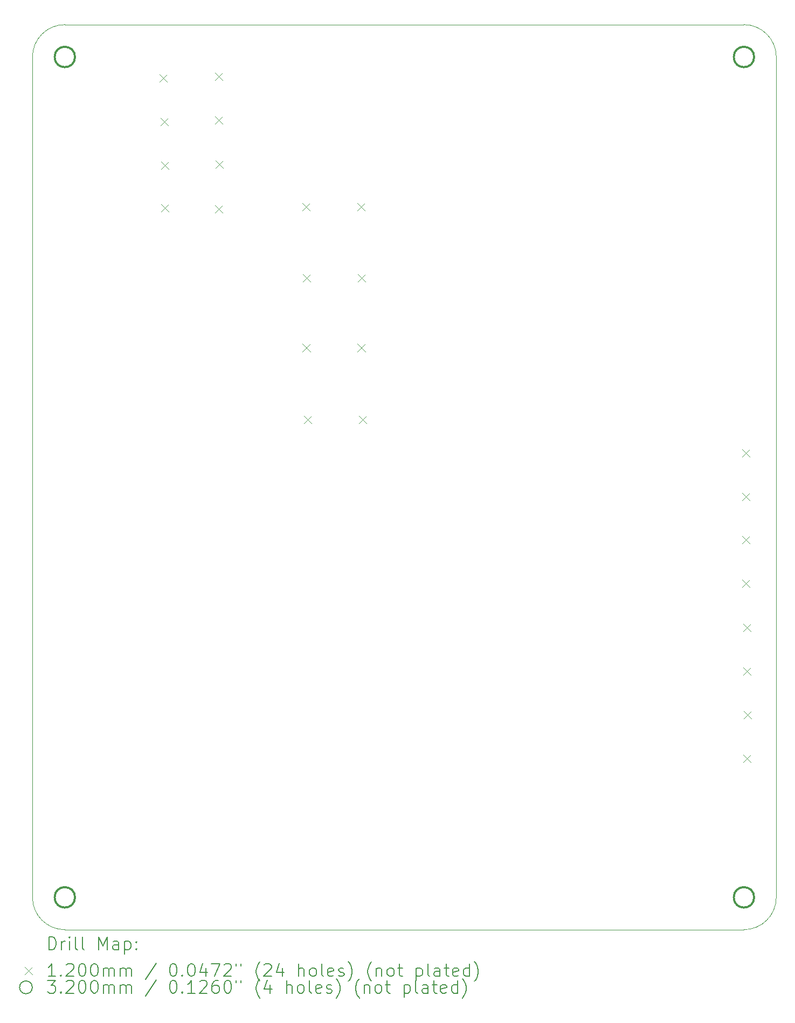
<source format=gbr>
%TF.GenerationSoftware,KiCad,Pcbnew,9.0.3*%
%TF.CreationDate,2025-08-08T01:42:35+09:00*%
%TF.ProjectId,ESP32-MB-1.0,45535033-322d-44d4-922d-312e302e6b69,rev?*%
%TF.SameCoordinates,Original*%
%TF.FileFunction,Drillmap*%
%TF.FilePolarity,Positive*%
%FSLAX45Y45*%
G04 Gerber Fmt 4.5, Leading zero omitted, Abs format (unit mm)*
G04 Created by KiCad (PCBNEW 9.0.3) date 2025-08-08 01:42:35*
%MOMM*%
%LPD*%
G01*
G04 APERTURE LIST*
%ADD10C,0.050000*%
%ADD11C,0.200000*%
%ADD12C,0.120000*%
%ADD13C,0.320000*%
G04 APERTURE END LIST*
D10*
X20307800Y-15193000D02*
X20307800Y-1985000D01*
X20307800Y-15193000D02*
G75*
G02*
X19799800Y-15701000I-508000J0D01*
G01*
X19799800Y-1477000D02*
X9131800Y-1477000D01*
X9131800Y-15701000D02*
G75*
G02*
X8623800Y-15193000I0J508000D01*
G01*
X8623800Y-1985000D02*
X8623800Y-15193000D01*
X19799800Y-1477000D02*
G75*
G02*
X20307800Y-1985000I0J-508000D01*
G01*
X8623800Y-1985000D02*
G75*
G02*
X9131800Y-1477000I508000J0D01*
G01*
X9131800Y-15701000D02*
X19799800Y-15701000D01*
D11*
D12*
X10622330Y-2254810D02*
X10742330Y-2374810D01*
X10742330Y-2254810D02*
X10622330Y-2374810D01*
X10635030Y-2940610D02*
X10755030Y-3060610D01*
X10755030Y-2940610D02*
X10635030Y-3060610D01*
X10646600Y-3626800D02*
X10766600Y-3746800D01*
X10766600Y-3626800D02*
X10646600Y-3746800D01*
X10646600Y-4301210D02*
X10766600Y-4421210D01*
X10766600Y-4301210D02*
X10646600Y-4421210D01*
X11488400Y-2229800D02*
X11608400Y-2349800D01*
X11608400Y-2229800D02*
X11488400Y-2349800D01*
X11488400Y-2918800D02*
X11608400Y-3038800D01*
X11608400Y-2918800D02*
X11488400Y-3038800D01*
X11488400Y-4315800D02*
X11608400Y-4435800D01*
X11608400Y-4315800D02*
X11488400Y-4435800D01*
X11498800Y-3615600D02*
X11618800Y-3735600D01*
X11618800Y-3615600D02*
X11498800Y-3735600D01*
X12859600Y-4280400D02*
X12979600Y-4400400D01*
X12979600Y-4280400D02*
X12859600Y-4400400D01*
X12867400Y-6495600D02*
X12987400Y-6615600D01*
X12987400Y-6495600D02*
X12867400Y-6615600D01*
X12870600Y-5398000D02*
X12990600Y-5518000D01*
X12990600Y-5398000D02*
X12870600Y-5518000D01*
X12885000Y-7622300D02*
X13005000Y-7742300D01*
X13005000Y-7622300D02*
X12885000Y-7742300D01*
X13723200Y-4282200D02*
X13843200Y-4402200D01*
X13843200Y-4282200D02*
X13723200Y-4402200D01*
X13731000Y-6495600D02*
X13851000Y-6615600D01*
X13851000Y-6495600D02*
X13731000Y-6615600D01*
X13734200Y-5399800D02*
X13854200Y-5519800D01*
X13854200Y-5399800D02*
X13734200Y-5519800D01*
X13748600Y-7622300D02*
X13868600Y-7742300D01*
X13868600Y-7622300D02*
X13748600Y-7742300D01*
X19770800Y-9511800D02*
X19890800Y-9631800D01*
X19890800Y-9511800D02*
X19770800Y-9631800D01*
X19772800Y-8151200D02*
X19892800Y-8271200D01*
X19892800Y-8151200D02*
X19772800Y-8271200D01*
X19772800Y-8837000D02*
X19892800Y-8957000D01*
X19892800Y-8837000D02*
X19772800Y-8957000D01*
X19772800Y-10195900D02*
X19892800Y-10315900D01*
X19892800Y-10195900D02*
X19772800Y-10315900D01*
X19790200Y-12951800D02*
X19910200Y-13071800D01*
X19910200Y-12951800D02*
X19790200Y-13071800D01*
X19790600Y-10891200D02*
X19910600Y-11011200D01*
X19910600Y-10891200D02*
X19790600Y-11011200D01*
X19790600Y-11577000D02*
X19910600Y-11697000D01*
X19910600Y-11577000D02*
X19790600Y-11697000D01*
X19794200Y-12266000D02*
X19914200Y-12386000D01*
X19914200Y-12266000D02*
X19794200Y-12386000D01*
D13*
X9291800Y-1985000D02*
G75*
G02*
X8971800Y-1985000I-160000J0D01*
G01*
X8971800Y-1985000D02*
G75*
G02*
X9291800Y-1985000I160000J0D01*
G01*
X9291800Y-15193000D02*
G75*
G02*
X8971800Y-15193000I-160000J0D01*
G01*
X8971800Y-15193000D02*
G75*
G02*
X9291800Y-15193000I160000J0D01*
G01*
X19959800Y-1985000D02*
G75*
G02*
X19639800Y-1985000I-160000J0D01*
G01*
X19639800Y-1985000D02*
G75*
G02*
X19959800Y-1985000I160000J0D01*
G01*
X19959800Y-15193000D02*
G75*
G02*
X19639800Y-15193000I-160000J0D01*
G01*
X19639800Y-15193000D02*
G75*
G02*
X19959800Y-15193000I160000J0D01*
G01*
D11*
X8882077Y-16014984D02*
X8882077Y-15814984D01*
X8882077Y-15814984D02*
X8929696Y-15814984D01*
X8929696Y-15814984D02*
X8958267Y-15824508D01*
X8958267Y-15824508D02*
X8977315Y-15843555D01*
X8977315Y-15843555D02*
X8986839Y-15862603D01*
X8986839Y-15862603D02*
X8996363Y-15900698D01*
X8996363Y-15900698D02*
X8996363Y-15929269D01*
X8996363Y-15929269D02*
X8986839Y-15967365D01*
X8986839Y-15967365D02*
X8977315Y-15986412D01*
X8977315Y-15986412D02*
X8958267Y-16005460D01*
X8958267Y-16005460D02*
X8929696Y-16014984D01*
X8929696Y-16014984D02*
X8882077Y-16014984D01*
X9082077Y-16014984D02*
X9082077Y-15881650D01*
X9082077Y-15919746D02*
X9091601Y-15900698D01*
X9091601Y-15900698D02*
X9101124Y-15891174D01*
X9101124Y-15891174D02*
X9120172Y-15881650D01*
X9120172Y-15881650D02*
X9139220Y-15881650D01*
X9205886Y-16014984D02*
X9205886Y-15881650D01*
X9205886Y-15814984D02*
X9196363Y-15824508D01*
X9196363Y-15824508D02*
X9205886Y-15834031D01*
X9205886Y-15834031D02*
X9215410Y-15824508D01*
X9215410Y-15824508D02*
X9205886Y-15814984D01*
X9205886Y-15814984D02*
X9205886Y-15834031D01*
X9329696Y-16014984D02*
X9310648Y-16005460D01*
X9310648Y-16005460D02*
X9301124Y-15986412D01*
X9301124Y-15986412D02*
X9301124Y-15814984D01*
X9434458Y-16014984D02*
X9415410Y-16005460D01*
X9415410Y-16005460D02*
X9405886Y-15986412D01*
X9405886Y-15986412D02*
X9405886Y-15814984D01*
X9663029Y-16014984D02*
X9663029Y-15814984D01*
X9663029Y-15814984D02*
X9729696Y-15957841D01*
X9729696Y-15957841D02*
X9796363Y-15814984D01*
X9796363Y-15814984D02*
X9796363Y-16014984D01*
X9977315Y-16014984D02*
X9977315Y-15910222D01*
X9977315Y-15910222D02*
X9967791Y-15891174D01*
X9967791Y-15891174D02*
X9948744Y-15881650D01*
X9948744Y-15881650D02*
X9910648Y-15881650D01*
X9910648Y-15881650D02*
X9891601Y-15891174D01*
X9977315Y-16005460D02*
X9958267Y-16014984D01*
X9958267Y-16014984D02*
X9910648Y-16014984D01*
X9910648Y-16014984D02*
X9891601Y-16005460D01*
X9891601Y-16005460D02*
X9882077Y-15986412D01*
X9882077Y-15986412D02*
X9882077Y-15967365D01*
X9882077Y-15967365D02*
X9891601Y-15948317D01*
X9891601Y-15948317D02*
X9910648Y-15938793D01*
X9910648Y-15938793D02*
X9958267Y-15938793D01*
X9958267Y-15938793D02*
X9977315Y-15929269D01*
X10072553Y-15881650D02*
X10072553Y-16081650D01*
X10072553Y-15891174D02*
X10091601Y-15881650D01*
X10091601Y-15881650D02*
X10129696Y-15881650D01*
X10129696Y-15881650D02*
X10148744Y-15891174D01*
X10148744Y-15891174D02*
X10158267Y-15900698D01*
X10158267Y-15900698D02*
X10167791Y-15919746D01*
X10167791Y-15919746D02*
X10167791Y-15976888D01*
X10167791Y-15976888D02*
X10158267Y-15995936D01*
X10158267Y-15995936D02*
X10148744Y-16005460D01*
X10148744Y-16005460D02*
X10129696Y-16014984D01*
X10129696Y-16014984D02*
X10091601Y-16014984D01*
X10091601Y-16014984D02*
X10072553Y-16005460D01*
X10253505Y-15995936D02*
X10263029Y-16005460D01*
X10263029Y-16005460D02*
X10253505Y-16014984D01*
X10253505Y-16014984D02*
X10243982Y-16005460D01*
X10243982Y-16005460D02*
X10253505Y-15995936D01*
X10253505Y-15995936D02*
X10253505Y-16014984D01*
X10253505Y-15891174D02*
X10263029Y-15900698D01*
X10263029Y-15900698D02*
X10253505Y-15910222D01*
X10253505Y-15910222D02*
X10243982Y-15900698D01*
X10243982Y-15900698D02*
X10253505Y-15891174D01*
X10253505Y-15891174D02*
X10253505Y-15910222D01*
D12*
X8501300Y-16283500D02*
X8621300Y-16403500D01*
X8621300Y-16283500D02*
X8501300Y-16403500D01*
D11*
X8986839Y-16434984D02*
X8872553Y-16434984D01*
X8929696Y-16434984D02*
X8929696Y-16234984D01*
X8929696Y-16234984D02*
X8910648Y-16263555D01*
X8910648Y-16263555D02*
X8891601Y-16282603D01*
X8891601Y-16282603D02*
X8872553Y-16292127D01*
X9072553Y-16415936D02*
X9082077Y-16425460D01*
X9082077Y-16425460D02*
X9072553Y-16434984D01*
X9072553Y-16434984D02*
X9063029Y-16425460D01*
X9063029Y-16425460D02*
X9072553Y-16415936D01*
X9072553Y-16415936D02*
X9072553Y-16434984D01*
X9158267Y-16254031D02*
X9167791Y-16244508D01*
X9167791Y-16244508D02*
X9186839Y-16234984D01*
X9186839Y-16234984D02*
X9234458Y-16234984D01*
X9234458Y-16234984D02*
X9253505Y-16244508D01*
X9253505Y-16244508D02*
X9263029Y-16254031D01*
X9263029Y-16254031D02*
X9272553Y-16273079D01*
X9272553Y-16273079D02*
X9272553Y-16292127D01*
X9272553Y-16292127D02*
X9263029Y-16320698D01*
X9263029Y-16320698D02*
X9148744Y-16434984D01*
X9148744Y-16434984D02*
X9272553Y-16434984D01*
X9396363Y-16234984D02*
X9415410Y-16234984D01*
X9415410Y-16234984D02*
X9434458Y-16244508D01*
X9434458Y-16244508D02*
X9443982Y-16254031D01*
X9443982Y-16254031D02*
X9453505Y-16273079D01*
X9453505Y-16273079D02*
X9463029Y-16311174D01*
X9463029Y-16311174D02*
X9463029Y-16358793D01*
X9463029Y-16358793D02*
X9453505Y-16396888D01*
X9453505Y-16396888D02*
X9443982Y-16415936D01*
X9443982Y-16415936D02*
X9434458Y-16425460D01*
X9434458Y-16425460D02*
X9415410Y-16434984D01*
X9415410Y-16434984D02*
X9396363Y-16434984D01*
X9396363Y-16434984D02*
X9377315Y-16425460D01*
X9377315Y-16425460D02*
X9367791Y-16415936D01*
X9367791Y-16415936D02*
X9358267Y-16396888D01*
X9358267Y-16396888D02*
X9348744Y-16358793D01*
X9348744Y-16358793D02*
X9348744Y-16311174D01*
X9348744Y-16311174D02*
X9358267Y-16273079D01*
X9358267Y-16273079D02*
X9367791Y-16254031D01*
X9367791Y-16254031D02*
X9377315Y-16244508D01*
X9377315Y-16244508D02*
X9396363Y-16234984D01*
X9586839Y-16234984D02*
X9605886Y-16234984D01*
X9605886Y-16234984D02*
X9624934Y-16244508D01*
X9624934Y-16244508D02*
X9634458Y-16254031D01*
X9634458Y-16254031D02*
X9643982Y-16273079D01*
X9643982Y-16273079D02*
X9653505Y-16311174D01*
X9653505Y-16311174D02*
X9653505Y-16358793D01*
X9653505Y-16358793D02*
X9643982Y-16396888D01*
X9643982Y-16396888D02*
X9634458Y-16415936D01*
X9634458Y-16415936D02*
X9624934Y-16425460D01*
X9624934Y-16425460D02*
X9605886Y-16434984D01*
X9605886Y-16434984D02*
X9586839Y-16434984D01*
X9586839Y-16434984D02*
X9567791Y-16425460D01*
X9567791Y-16425460D02*
X9558267Y-16415936D01*
X9558267Y-16415936D02*
X9548744Y-16396888D01*
X9548744Y-16396888D02*
X9539220Y-16358793D01*
X9539220Y-16358793D02*
X9539220Y-16311174D01*
X9539220Y-16311174D02*
X9548744Y-16273079D01*
X9548744Y-16273079D02*
X9558267Y-16254031D01*
X9558267Y-16254031D02*
X9567791Y-16244508D01*
X9567791Y-16244508D02*
X9586839Y-16234984D01*
X9739220Y-16434984D02*
X9739220Y-16301650D01*
X9739220Y-16320698D02*
X9748744Y-16311174D01*
X9748744Y-16311174D02*
X9767791Y-16301650D01*
X9767791Y-16301650D02*
X9796363Y-16301650D01*
X9796363Y-16301650D02*
X9815410Y-16311174D01*
X9815410Y-16311174D02*
X9824934Y-16330222D01*
X9824934Y-16330222D02*
X9824934Y-16434984D01*
X9824934Y-16330222D02*
X9834458Y-16311174D01*
X9834458Y-16311174D02*
X9853505Y-16301650D01*
X9853505Y-16301650D02*
X9882077Y-16301650D01*
X9882077Y-16301650D02*
X9901125Y-16311174D01*
X9901125Y-16311174D02*
X9910648Y-16330222D01*
X9910648Y-16330222D02*
X9910648Y-16434984D01*
X10005886Y-16434984D02*
X10005886Y-16301650D01*
X10005886Y-16320698D02*
X10015410Y-16311174D01*
X10015410Y-16311174D02*
X10034458Y-16301650D01*
X10034458Y-16301650D02*
X10063029Y-16301650D01*
X10063029Y-16301650D02*
X10082077Y-16311174D01*
X10082077Y-16311174D02*
X10091601Y-16330222D01*
X10091601Y-16330222D02*
X10091601Y-16434984D01*
X10091601Y-16330222D02*
X10101125Y-16311174D01*
X10101125Y-16311174D02*
X10120172Y-16301650D01*
X10120172Y-16301650D02*
X10148744Y-16301650D01*
X10148744Y-16301650D02*
X10167791Y-16311174D01*
X10167791Y-16311174D02*
X10177315Y-16330222D01*
X10177315Y-16330222D02*
X10177315Y-16434984D01*
X10567791Y-16225460D02*
X10396363Y-16482603D01*
X10824934Y-16234984D02*
X10843982Y-16234984D01*
X10843982Y-16234984D02*
X10863029Y-16244508D01*
X10863029Y-16244508D02*
X10872553Y-16254031D01*
X10872553Y-16254031D02*
X10882077Y-16273079D01*
X10882077Y-16273079D02*
X10891601Y-16311174D01*
X10891601Y-16311174D02*
X10891601Y-16358793D01*
X10891601Y-16358793D02*
X10882077Y-16396888D01*
X10882077Y-16396888D02*
X10872553Y-16415936D01*
X10872553Y-16415936D02*
X10863029Y-16425460D01*
X10863029Y-16425460D02*
X10843982Y-16434984D01*
X10843982Y-16434984D02*
X10824934Y-16434984D01*
X10824934Y-16434984D02*
X10805887Y-16425460D01*
X10805887Y-16425460D02*
X10796363Y-16415936D01*
X10796363Y-16415936D02*
X10786839Y-16396888D01*
X10786839Y-16396888D02*
X10777315Y-16358793D01*
X10777315Y-16358793D02*
X10777315Y-16311174D01*
X10777315Y-16311174D02*
X10786839Y-16273079D01*
X10786839Y-16273079D02*
X10796363Y-16254031D01*
X10796363Y-16254031D02*
X10805887Y-16244508D01*
X10805887Y-16244508D02*
X10824934Y-16234984D01*
X10977315Y-16415936D02*
X10986839Y-16425460D01*
X10986839Y-16425460D02*
X10977315Y-16434984D01*
X10977315Y-16434984D02*
X10967791Y-16425460D01*
X10967791Y-16425460D02*
X10977315Y-16415936D01*
X10977315Y-16415936D02*
X10977315Y-16434984D01*
X11110648Y-16234984D02*
X11129696Y-16234984D01*
X11129696Y-16234984D02*
X11148744Y-16244508D01*
X11148744Y-16244508D02*
X11158268Y-16254031D01*
X11158268Y-16254031D02*
X11167791Y-16273079D01*
X11167791Y-16273079D02*
X11177315Y-16311174D01*
X11177315Y-16311174D02*
X11177315Y-16358793D01*
X11177315Y-16358793D02*
X11167791Y-16396888D01*
X11167791Y-16396888D02*
X11158268Y-16415936D01*
X11158268Y-16415936D02*
X11148744Y-16425460D01*
X11148744Y-16425460D02*
X11129696Y-16434984D01*
X11129696Y-16434984D02*
X11110648Y-16434984D01*
X11110648Y-16434984D02*
X11091601Y-16425460D01*
X11091601Y-16425460D02*
X11082077Y-16415936D01*
X11082077Y-16415936D02*
X11072553Y-16396888D01*
X11072553Y-16396888D02*
X11063029Y-16358793D01*
X11063029Y-16358793D02*
X11063029Y-16311174D01*
X11063029Y-16311174D02*
X11072553Y-16273079D01*
X11072553Y-16273079D02*
X11082077Y-16254031D01*
X11082077Y-16254031D02*
X11091601Y-16244508D01*
X11091601Y-16244508D02*
X11110648Y-16234984D01*
X11348744Y-16301650D02*
X11348744Y-16434984D01*
X11301125Y-16225460D02*
X11253506Y-16368317D01*
X11253506Y-16368317D02*
X11377315Y-16368317D01*
X11434458Y-16234984D02*
X11567791Y-16234984D01*
X11567791Y-16234984D02*
X11482077Y-16434984D01*
X11634458Y-16254031D02*
X11643982Y-16244508D01*
X11643982Y-16244508D02*
X11663029Y-16234984D01*
X11663029Y-16234984D02*
X11710648Y-16234984D01*
X11710648Y-16234984D02*
X11729696Y-16244508D01*
X11729696Y-16244508D02*
X11739220Y-16254031D01*
X11739220Y-16254031D02*
X11748744Y-16273079D01*
X11748744Y-16273079D02*
X11748744Y-16292127D01*
X11748744Y-16292127D02*
X11739220Y-16320698D01*
X11739220Y-16320698D02*
X11624934Y-16434984D01*
X11624934Y-16434984D02*
X11748744Y-16434984D01*
X11824934Y-16234984D02*
X11824934Y-16273079D01*
X11901125Y-16234984D02*
X11901125Y-16273079D01*
X12196363Y-16511174D02*
X12186839Y-16501650D01*
X12186839Y-16501650D02*
X12167791Y-16473079D01*
X12167791Y-16473079D02*
X12158268Y-16454031D01*
X12158268Y-16454031D02*
X12148744Y-16425460D01*
X12148744Y-16425460D02*
X12139220Y-16377841D01*
X12139220Y-16377841D02*
X12139220Y-16339746D01*
X12139220Y-16339746D02*
X12148744Y-16292127D01*
X12148744Y-16292127D02*
X12158268Y-16263555D01*
X12158268Y-16263555D02*
X12167791Y-16244508D01*
X12167791Y-16244508D02*
X12186839Y-16215936D01*
X12186839Y-16215936D02*
X12196363Y-16206412D01*
X12263029Y-16254031D02*
X12272553Y-16244508D01*
X12272553Y-16244508D02*
X12291601Y-16234984D01*
X12291601Y-16234984D02*
X12339220Y-16234984D01*
X12339220Y-16234984D02*
X12358268Y-16244508D01*
X12358268Y-16244508D02*
X12367791Y-16254031D01*
X12367791Y-16254031D02*
X12377315Y-16273079D01*
X12377315Y-16273079D02*
X12377315Y-16292127D01*
X12377315Y-16292127D02*
X12367791Y-16320698D01*
X12367791Y-16320698D02*
X12253506Y-16434984D01*
X12253506Y-16434984D02*
X12377315Y-16434984D01*
X12548744Y-16301650D02*
X12548744Y-16434984D01*
X12501125Y-16225460D02*
X12453506Y-16368317D01*
X12453506Y-16368317D02*
X12577315Y-16368317D01*
X12805887Y-16434984D02*
X12805887Y-16234984D01*
X12891601Y-16434984D02*
X12891601Y-16330222D01*
X12891601Y-16330222D02*
X12882077Y-16311174D01*
X12882077Y-16311174D02*
X12863030Y-16301650D01*
X12863030Y-16301650D02*
X12834458Y-16301650D01*
X12834458Y-16301650D02*
X12815410Y-16311174D01*
X12815410Y-16311174D02*
X12805887Y-16320698D01*
X13015410Y-16434984D02*
X12996363Y-16425460D01*
X12996363Y-16425460D02*
X12986839Y-16415936D01*
X12986839Y-16415936D02*
X12977315Y-16396888D01*
X12977315Y-16396888D02*
X12977315Y-16339746D01*
X12977315Y-16339746D02*
X12986839Y-16320698D01*
X12986839Y-16320698D02*
X12996363Y-16311174D01*
X12996363Y-16311174D02*
X13015410Y-16301650D01*
X13015410Y-16301650D02*
X13043982Y-16301650D01*
X13043982Y-16301650D02*
X13063030Y-16311174D01*
X13063030Y-16311174D02*
X13072553Y-16320698D01*
X13072553Y-16320698D02*
X13082077Y-16339746D01*
X13082077Y-16339746D02*
X13082077Y-16396888D01*
X13082077Y-16396888D02*
X13072553Y-16415936D01*
X13072553Y-16415936D02*
X13063030Y-16425460D01*
X13063030Y-16425460D02*
X13043982Y-16434984D01*
X13043982Y-16434984D02*
X13015410Y-16434984D01*
X13196363Y-16434984D02*
X13177315Y-16425460D01*
X13177315Y-16425460D02*
X13167791Y-16406412D01*
X13167791Y-16406412D02*
X13167791Y-16234984D01*
X13348744Y-16425460D02*
X13329696Y-16434984D01*
X13329696Y-16434984D02*
X13291601Y-16434984D01*
X13291601Y-16434984D02*
X13272553Y-16425460D01*
X13272553Y-16425460D02*
X13263030Y-16406412D01*
X13263030Y-16406412D02*
X13263030Y-16330222D01*
X13263030Y-16330222D02*
X13272553Y-16311174D01*
X13272553Y-16311174D02*
X13291601Y-16301650D01*
X13291601Y-16301650D02*
X13329696Y-16301650D01*
X13329696Y-16301650D02*
X13348744Y-16311174D01*
X13348744Y-16311174D02*
X13358268Y-16330222D01*
X13358268Y-16330222D02*
X13358268Y-16349269D01*
X13358268Y-16349269D02*
X13263030Y-16368317D01*
X13434458Y-16425460D02*
X13453506Y-16434984D01*
X13453506Y-16434984D02*
X13491601Y-16434984D01*
X13491601Y-16434984D02*
X13510649Y-16425460D01*
X13510649Y-16425460D02*
X13520172Y-16406412D01*
X13520172Y-16406412D02*
X13520172Y-16396888D01*
X13520172Y-16396888D02*
X13510649Y-16377841D01*
X13510649Y-16377841D02*
X13491601Y-16368317D01*
X13491601Y-16368317D02*
X13463030Y-16368317D01*
X13463030Y-16368317D02*
X13443982Y-16358793D01*
X13443982Y-16358793D02*
X13434458Y-16339746D01*
X13434458Y-16339746D02*
X13434458Y-16330222D01*
X13434458Y-16330222D02*
X13443982Y-16311174D01*
X13443982Y-16311174D02*
X13463030Y-16301650D01*
X13463030Y-16301650D02*
X13491601Y-16301650D01*
X13491601Y-16301650D02*
X13510649Y-16311174D01*
X13586839Y-16511174D02*
X13596363Y-16501650D01*
X13596363Y-16501650D02*
X13615411Y-16473079D01*
X13615411Y-16473079D02*
X13624934Y-16454031D01*
X13624934Y-16454031D02*
X13634458Y-16425460D01*
X13634458Y-16425460D02*
X13643982Y-16377841D01*
X13643982Y-16377841D02*
X13643982Y-16339746D01*
X13643982Y-16339746D02*
X13634458Y-16292127D01*
X13634458Y-16292127D02*
X13624934Y-16263555D01*
X13624934Y-16263555D02*
X13615411Y-16244508D01*
X13615411Y-16244508D02*
X13596363Y-16215936D01*
X13596363Y-16215936D02*
X13586839Y-16206412D01*
X13948744Y-16511174D02*
X13939220Y-16501650D01*
X13939220Y-16501650D02*
X13920172Y-16473079D01*
X13920172Y-16473079D02*
X13910649Y-16454031D01*
X13910649Y-16454031D02*
X13901125Y-16425460D01*
X13901125Y-16425460D02*
X13891601Y-16377841D01*
X13891601Y-16377841D02*
X13891601Y-16339746D01*
X13891601Y-16339746D02*
X13901125Y-16292127D01*
X13901125Y-16292127D02*
X13910649Y-16263555D01*
X13910649Y-16263555D02*
X13920172Y-16244508D01*
X13920172Y-16244508D02*
X13939220Y-16215936D01*
X13939220Y-16215936D02*
X13948744Y-16206412D01*
X14024934Y-16301650D02*
X14024934Y-16434984D01*
X14024934Y-16320698D02*
X14034458Y-16311174D01*
X14034458Y-16311174D02*
X14053506Y-16301650D01*
X14053506Y-16301650D02*
X14082077Y-16301650D01*
X14082077Y-16301650D02*
X14101125Y-16311174D01*
X14101125Y-16311174D02*
X14110649Y-16330222D01*
X14110649Y-16330222D02*
X14110649Y-16434984D01*
X14234458Y-16434984D02*
X14215411Y-16425460D01*
X14215411Y-16425460D02*
X14205887Y-16415936D01*
X14205887Y-16415936D02*
X14196363Y-16396888D01*
X14196363Y-16396888D02*
X14196363Y-16339746D01*
X14196363Y-16339746D02*
X14205887Y-16320698D01*
X14205887Y-16320698D02*
X14215411Y-16311174D01*
X14215411Y-16311174D02*
X14234458Y-16301650D01*
X14234458Y-16301650D02*
X14263030Y-16301650D01*
X14263030Y-16301650D02*
X14282077Y-16311174D01*
X14282077Y-16311174D02*
X14291601Y-16320698D01*
X14291601Y-16320698D02*
X14301125Y-16339746D01*
X14301125Y-16339746D02*
X14301125Y-16396888D01*
X14301125Y-16396888D02*
X14291601Y-16415936D01*
X14291601Y-16415936D02*
X14282077Y-16425460D01*
X14282077Y-16425460D02*
X14263030Y-16434984D01*
X14263030Y-16434984D02*
X14234458Y-16434984D01*
X14358268Y-16301650D02*
X14434458Y-16301650D01*
X14386839Y-16234984D02*
X14386839Y-16406412D01*
X14386839Y-16406412D02*
X14396363Y-16425460D01*
X14396363Y-16425460D02*
X14415411Y-16434984D01*
X14415411Y-16434984D02*
X14434458Y-16434984D01*
X14653506Y-16301650D02*
X14653506Y-16501650D01*
X14653506Y-16311174D02*
X14672553Y-16301650D01*
X14672553Y-16301650D02*
X14710649Y-16301650D01*
X14710649Y-16301650D02*
X14729696Y-16311174D01*
X14729696Y-16311174D02*
X14739220Y-16320698D01*
X14739220Y-16320698D02*
X14748744Y-16339746D01*
X14748744Y-16339746D02*
X14748744Y-16396888D01*
X14748744Y-16396888D02*
X14739220Y-16415936D01*
X14739220Y-16415936D02*
X14729696Y-16425460D01*
X14729696Y-16425460D02*
X14710649Y-16434984D01*
X14710649Y-16434984D02*
X14672553Y-16434984D01*
X14672553Y-16434984D02*
X14653506Y-16425460D01*
X14863030Y-16434984D02*
X14843982Y-16425460D01*
X14843982Y-16425460D02*
X14834458Y-16406412D01*
X14834458Y-16406412D02*
X14834458Y-16234984D01*
X15024934Y-16434984D02*
X15024934Y-16330222D01*
X15024934Y-16330222D02*
X15015411Y-16311174D01*
X15015411Y-16311174D02*
X14996363Y-16301650D01*
X14996363Y-16301650D02*
X14958268Y-16301650D01*
X14958268Y-16301650D02*
X14939220Y-16311174D01*
X15024934Y-16425460D02*
X15005887Y-16434984D01*
X15005887Y-16434984D02*
X14958268Y-16434984D01*
X14958268Y-16434984D02*
X14939220Y-16425460D01*
X14939220Y-16425460D02*
X14929696Y-16406412D01*
X14929696Y-16406412D02*
X14929696Y-16387365D01*
X14929696Y-16387365D02*
X14939220Y-16368317D01*
X14939220Y-16368317D02*
X14958268Y-16358793D01*
X14958268Y-16358793D02*
X15005887Y-16358793D01*
X15005887Y-16358793D02*
X15024934Y-16349269D01*
X15091601Y-16301650D02*
X15167792Y-16301650D01*
X15120173Y-16234984D02*
X15120173Y-16406412D01*
X15120173Y-16406412D02*
X15129696Y-16425460D01*
X15129696Y-16425460D02*
X15148744Y-16434984D01*
X15148744Y-16434984D02*
X15167792Y-16434984D01*
X15310649Y-16425460D02*
X15291601Y-16434984D01*
X15291601Y-16434984D02*
X15253506Y-16434984D01*
X15253506Y-16434984D02*
X15234458Y-16425460D01*
X15234458Y-16425460D02*
X15224934Y-16406412D01*
X15224934Y-16406412D02*
X15224934Y-16330222D01*
X15224934Y-16330222D02*
X15234458Y-16311174D01*
X15234458Y-16311174D02*
X15253506Y-16301650D01*
X15253506Y-16301650D02*
X15291601Y-16301650D01*
X15291601Y-16301650D02*
X15310649Y-16311174D01*
X15310649Y-16311174D02*
X15320173Y-16330222D01*
X15320173Y-16330222D02*
X15320173Y-16349269D01*
X15320173Y-16349269D02*
X15224934Y-16368317D01*
X15491601Y-16434984D02*
X15491601Y-16234984D01*
X15491601Y-16425460D02*
X15472554Y-16434984D01*
X15472554Y-16434984D02*
X15434458Y-16434984D01*
X15434458Y-16434984D02*
X15415411Y-16425460D01*
X15415411Y-16425460D02*
X15405887Y-16415936D01*
X15405887Y-16415936D02*
X15396363Y-16396888D01*
X15396363Y-16396888D02*
X15396363Y-16339746D01*
X15396363Y-16339746D02*
X15405887Y-16320698D01*
X15405887Y-16320698D02*
X15415411Y-16311174D01*
X15415411Y-16311174D02*
X15434458Y-16301650D01*
X15434458Y-16301650D02*
X15472554Y-16301650D01*
X15472554Y-16301650D02*
X15491601Y-16311174D01*
X15567792Y-16511174D02*
X15577315Y-16501650D01*
X15577315Y-16501650D02*
X15596363Y-16473079D01*
X15596363Y-16473079D02*
X15605887Y-16454031D01*
X15605887Y-16454031D02*
X15615411Y-16425460D01*
X15615411Y-16425460D02*
X15624934Y-16377841D01*
X15624934Y-16377841D02*
X15624934Y-16339746D01*
X15624934Y-16339746D02*
X15615411Y-16292127D01*
X15615411Y-16292127D02*
X15605887Y-16263555D01*
X15605887Y-16263555D02*
X15596363Y-16244508D01*
X15596363Y-16244508D02*
X15577315Y-16215936D01*
X15577315Y-16215936D02*
X15567792Y-16206412D01*
X8621300Y-16607500D02*
G75*
G02*
X8421300Y-16607500I-100000J0D01*
G01*
X8421300Y-16607500D02*
G75*
G02*
X8621300Y-16607500I100000J0D01*
G01*
X8863029Y-16498984D02*
X8986839Y-16498984D01*
X8986839Y-16498984D02*
X8920172Y-16575174D01*
X8920172Y-16575174D02*
X8948744Y-16575174D01*
X8948744Y-16575174D02*
X8967791Y-16584698D01*
X8967791Y-16584698D02*
X8977315Y-16594222D01*
X8977315Y-16594222D02*
X8986839Y-16613269D01*
X8986839Y-16613269D02*
X8986839Y-16660888D01*
X8986839Y-16660888D02*
X8977315Y-16679936D01*
X8977315Y-16679936D02*
X8967791Y-16689460D01*
X8967791Y-16689460D02*
X8948744Y-16698984D01*
X8948744Y-16698984D02*
X8891601Y-16698984D01*
X8891601Y-16698984D02*
X8872553Y-16689460D01*
X8872553Y-16689460D02*
X8863029Y-16679936D01*
X9072553Y-16679936D02*
X9082077Y-16689460D01*
X9082077Y-16689460D02*
X9072553Y-16698984D01*
X9072553Y-16698984D02*
X9063029Y-16689460D01*
X9063029Y-16689460D02*
X9072553Y-16679936D01*
X9072553Y-16679936D02*
X9072553Y-16698984D01*
X9158267Y-16518031D02*
X9167791Y-16508508D01*
X9167791Y-16508508D02*
X9186839Y-16498984D01*
X9186839Y-16498984D02*
X9234458Y-16498984D01*
X9234458Y-16498984D02*
X9253505Y-16508508D01*
X9253505Y-16508508D02*
X9263029Y-16518031D01*
X9263029Y-16518031D02*
X9272553Y-16537079D01*
X9272553Y-16537079D02*
X9272553Y-16556127D01*
X9272553Y-16556127D02*
X9263029Y-16584698D01*
X9263029Y-16584698D02*
X9148744Y-16698984D01*
X9148744Y-16698984D02*
X9272553Y-16698984D01*
X9396363Y-16498984D02*
X9415410Y-16498984D01*
X9415410Y-16498984D02*
X9434458Y-16508508D01*
X9434458Y-16508508D02*
X9443982Y-16518031D01*
X9443982Y-16518031D02*
X9453505Y-16537079D01*
X9453505Y-16537079D02*
X9463029Y-16575174D01*
X9463029Y-16575174D02*
X9463029Y-16622793D01*
X9463029Y-16622793D02*
X9453505Y-16660888D01*
X9453505Y-16660888D02*
X9443982Y-16679936D01*
X9443982Y-16679936D02*
X9434458Y-16689460D01*
X9434458Y-16689460D02*
X9415410Y-16698984D01*
X9415410Y-16698984D02*
X9396363Y-16698984D01*
X9396363Y-16698984D02*
X9377315Y-16689460D01*
X9377315Y-16689460D02*
X9367791Y-16679936D01*
X9367791Y-16679936D02*
X9358267Y-16660888D01*
X9358267Y-16660888D02*
X9348744Y-16622793D01*
X9348744Y-16622793D02*
X9348744Y-16575174D01*
X9348744Y-16575174D02*
X9358267Y-16537079D01*
X9358267Y-16537079D02*
X9367791Y-16518031D01*
X9367791Y-16518031D02*
X9377315Y-16508508D01*
X9377315Y-16508508D02*
X9396363Y-16498984D01*
X9586839Y-16498984D02*
X9605886Y-16498984D01*
X9605886Y-16498984D02*
X9624934Y-16508508D01*
X9624934Y-16508508D02*
X9634458Y-16518031D01*
X9634458Y-16518031D02*
X9643982Y-16537079D01*
X9643982Y-16537079D02*
X9653505Y-16575174D01*
X9653505Y-16575174D02*
X9653505Y-16622793D01*
X9653505Y-16622793D02*
X9643982Y-16660888D01*
X9643982Y-16660888D02*
X9634458Y-16679936D01*
X9634458Y-16679936D02*
X9624934Y-16689460D01*
X9624934Y-16689460D02*
X9605886Y-16698984D01*
X9605886Y-16698984D02*
X9586839Y-16698984D01*
X9586839Y-16698984D02*
X9567791Y-16689460D01*
X9567791Y-16689460D02*
X9558267Y-16679936D01*
X9558267Y-16679936D02*
X9548744Y-16660888D01*
X9548744Y-16660888D02*
X9539220Y-16622793D01*
X9539220Y-16622793D02*
X9539220Y-16575174D01*
X9539220Y-16575174D02*
X9548744Y-16537079D01*
X9548744Y-16537079D02*
X9558267Y-16518031D01*
X9558267Y-16518031D02*
X9567791Y-16508508D01*
X9567791Y-16508508D02*
X9586839Y-16498984D01*
X9739220Y-16698984D02*
X9739220Y-16565650D01*
X9739220Y-16584698D02*
X9748744Y-16575174D01*
X9748744Y-16575174D02*
X9767791Y-16565650D01*
X9767791Y-16565650D02*
X9796363Y-16565650D01*
X9796363Y-16565650D02*
X9815410Y-16575174D01*
X9815410Y-16575174D02*
X9824934Y-16594222D01*
X9824934Y-16594222D02*
X9824934Y-16698984D01*
X9824934Y-16594222D02*
X9834458Y-16575174D01*
X9834458Y-16575174D02*
X9853505Y-16565650D01*
X9853505Y-16565650D02*
X9882077Y-16565650D01*
X9882077Y-16565650D02*
X9901125Y-16575174D01*
X9901125Y-16575174D02*
X9910648Y-16594222D01*
X9910648Y-16594222D02*
X9910648Y-16698984D01*
X10005886Y-16698984D02*
X10005886Y-16565650D01*
X10005886Y-16584698D02*
X10015410Y-16575174D01*
X10015410Y-16575174D02*
X10034458Y-16565650D01*
X10034458Y-16565650D02*
X10063029Y-16565650D01*
X10063029Y-16565650D02*
X10082077Y-16575174D01*
X10082077Y-16575174D02*
X10091601Y-16594222D01*
X10091601Y-16594222D02*
X10091601Y-16698984D01*
X10091601Y-16594222D02*
X10101125Y-16575174D01*
X10101125Y-16575174D02*
X10120172Y-16565650D01*
X10120172Y-16565650D02*
X10148744Y-16565650D01*
X10148744Y-16565650D02*
X10167791Y-16575174D01*
X10167791Y-16575174D02*
X10177315Y-16594222D01*
X10177315Y-16594222D02*
X10177315Y-16698984D01*
X10567791Y-16489460D02*
X10396363Y-16746603D01*
X10824934Y-16498984D02*
X10843982Y-16498984D01*
X10843982Y-16498984D02*
X10863029Y-16508508D01*
X10863029Y-16508508D02*
X10872553Y-16518031D01*
X10872553Y-16518031D02*
X10882077Y-16537079D01*
X10882077Y-16537079D02*
X10891601Y-16575174D01*
X10891601Y-16575174D02*
X10891601Y-16622793D01*
X10891601Y-16622793D02*
X10882077Y-16660888D01*
X10882077Y-16660888D02*
X10872553Y-16679936D01*
X10872553Y-16679936D02*
X10863029Y-16689460D01*
X10863029Y-16689460D02*
X10843982Y-16698984D01*
X10843982Y-16698984D02*
X10824934Y-16698984D01*
X10824934Y-16698984D02*
X10805887Y-16689460D01*
X10805887Y-16689460D02*
X10796363Y-16679936D01*
X10796363Y-16679936D02*
X10786839Y-16660888D01*
X10786839Y-16660888D02*
X10777315Y-16622793D01*
X10777315Y-16622793D02*
X10777315Y-16575174D01*
X10777315Y-16575174D02*
X10786839Y-16537079D01*
X10786839Y-16537079D02*
X10796363Y-16518031D01*
X10796363Y-16518031D02*
X10805887Y-16508508D01*
X10805887Y-16508508D02*
X10824934Y-16498984D01*
X10977315Y-16679936D02*
X10986839Y-16689460D01*
X10986839Y-16689460D02*
X10977315Y-16698984D01*
X10977315Y-16698984D02*
X10967791Y-16689460D01*
X10967791Y-16689460D02*
X10977315Y-16679936D01*
X10977315Y-16679936D02*
X10977315Y-16698984D01*
X11177315Y-16698984D02*
X11063029Y-16698984D01*
X11120172Y-16698984D02*
X11120172Y-16498984D01*
X11120172Y-16498984D02*
X11101125Y-16527555D01*
X11101125Y-16527555D02*
X11082077Y-16546603D01*
X11082077Y-16546603D02*
X11063029Y-16556127D01*
X11253506Y-16518031D02*
X11263029Y-16508508D01*
X11263029Y-16508508D02*
X11282077Y-16498984D01*
X11282077Y-16498984D02*
X11329696Y-16498984D01*
X11329696Y-16498984D02*
X11348744Y-16508508D01*
X11348744Y-16508508D02*
X11358267Y-16518031D01*
X11358267Y-16518031D02*
X11367791Y-16537079D01*
X11367791Y-16537079D02*
X11367791Y-16556127D01*
X11367791Y-16556127D02*
X11358267Y-16584698D01*
X11358267Y-16584698D02*
X11243982Y-16698984D01*
X11243982Y-16698984D02*
X11367791Y-16698984D01*
X11539220Y-16498984D02*
X11501125Y-16498984D01*
X11501125Y-16498984D02*
X11482077Y-16508508D01*
X11482077Y-16508508D02*
X11472553Y-16518031D01*
X11472553Y-16518031D02*
X11453506Y-16546603D01*
X11453506Y-16546603D02*
X11443982Y-16584698D01*
X11443982Y-16584698D02*
X11443982Y-16660888D01*
X11443982Y-16660888D02*
X11453506Y-16679936D01*
X11453506Y-16679936D02*
X11463029Y-16689460D01*
X11463029Y-16689460D02*
X11482077Y-16698984D01*
X11482077Y-16698984D02*
X11520172Y-16698984D01*
X11520172Y-16698984D02*
X11539220Y-16689460D01*
X11539220Y-16689460D02*
X11548744Y-16679936D01*
X11548744Y-16679936D02*
X11558267Y-16660888D01*
X11558267Y-16660888D02*
X11558267Y-16613269D01*
X11558267Y-16613269D02*
X11548744Y-16594222D01*
X11548744Y-16594222D02*
X11539220Y-16584698D01*
X11539220Y-16584698D02*
X11520172Y-16575174D01*
X11520172Y-16575174D02*
X11482077Y-16575174D01*
X11482077Y-16575174D02*
X11463029Y-16584698D01*
X11463029Y-16584698D02*
X11453506Y-16594222D01*
X11453506Y-16594222D02*
X11443982Y-16613269D01*
X11682077Y-16498984D02*
X11701125Y-16498984D01*
X11701125Y-16498984D02*
X11720172Y-16508508D01*
X11720172Y-16508508D02*
X11729696Y-16518031D01*
X11729696Y-16518031D02*
X11739220Y-16537079D01*
X11739220Y-16537079D02*
X11748744Y-16575174D01*
X11748744Y-16575174D02*
X11748744Y-16622793D01*
X11748744Y-16622793D02*
X11739220Y-16660888D01*
X11739220Y-16660888D02*
X11729696Y-16679936D01*
X11729696Y-16679936D02*
X11720172Y-16689460D01*
X11720172Y-16689460D02*
X11701125Y-16698984D01*
X11701125Y-16698984D02*
X11682077Y-16698984D01*
X11682077Y-16698984D02*
X11663029Y-16689460D01*
X11663029Y-16689460D02*
X11653506Y-16679936D01*
X11653506Y-16679936D02*
X11643982Y-16660888D01*
X11643982Y-16660888D02*
X11634458Y-16622793D01*
X11634458Y-16622793D02*
X11634458Y-16575174D01*
X11634458Y-16575174D02*
X11643982Y-16537079D01*
X11643982Y-16537079D02*
X11653506Y-16518031D01*
X11653506Y-16518031D02*
X11663029Y-16508508D01*
X11663029Y-16508508D02*
X11682077Y-16498984D01*
X11824934Y-16498984D02*
X11824934Y-16537079D01*
X11901125Y-16498984D02*
X11901125Y-16537079D01*
X12196363Y-16775174D02*
X12186839Y-16765650D01*
X12186839Y-16765650D02*
X12167791Y-16737079D01*
X12167791Y-16737079D02*
X12158268Y-16718031D01*
X12158268Y-16718031D02*
X12148744Y-16689460D01*
X12148744Y-16689460D02*
X12139220Y-16641841D01*
X12139220Y-16641841D02*
X12139220Y-16603746D01*
X12139220Y-16603746D02*
X12148744Y-16556127D01*
X12148744Y-16556127D02*
X12158268Y-16527555D01*
X12158268Y-16527555D02*
X12167791Y-16508508D01*
X12167791Y-16508508D02*
X12186839Y-16479936D01*
X12186839Y-16479936D02*
X12196363Y-16470412D01*
X12358268Y-16565650D02*
X12358268Y-16698984D01*
X12310648Y-16489460D02*
X12263029Y-16632317D01*
X12263029Y-16632317D02*
X12386839Y-16632317D01*
X12615410Y-16698984D02*
X12615410Y-16498984D01*
X12701125Y-16698984D02*
X12701125Y-16594222D01*
X12701125Y-16594222D02*
X12691601Y-16575174D01*
X12691601Y-16575174D02*
X12672553Y-16565650D01*
X12672553Y-16565650D02*
X12643982Y-16565650D01*
X12643982Y-16565650D02*
X12624934Y-16575174D01*
X12624934Y-16575174D02*
X12615410Y-16584698D01*
X12824934Y-16698984D02*
X12805887Y-16689460D01*
X12805887Y-16689460D02*
X12796363Y-16679936D01*
X12796363Y-16679936D02*
X12786839Y-16660888D01*
X12786839Y-16660888D02*
X12786839Y-16603746D01*
X12786839Y-16603746D02*
X12796363Y-16584698D01*
X12796363Y-16584698D02*
X12805887Y-16575174D01*
X12805887Y-16575174D02*
X12824934Y-16565650D01*
X12824934Y-16565650D02*
X12853506Y-16565650D01*
X12853506Y-16565650D02*
X12872553Y-16575174D01*
X12872553Y-16575174D02*
X12882077Y-16584698D01*
X12882077Y-16584698D02*
X12891601Y-16603746D01*
X12891601Y-16603746D02*
X12891601Y-16660888D01*
X12891601Y-16660888D02*
X12882077Y-16679936D01*
X12882077Y-16679936D02*
X12872553Y-16689460D01*
X12872553Y-16689460D02*
X12853506Y-16698984D01*
X12853506Y-16698984D02*
X12824934Y-16698984D01*
X13005887Y-16698984D02*
X12986839Y-16689460D01*
X12986839Y-16689460D02*
X12977315Y-16670412D01*
X12977315Y-16670412D02*
X12977315Y-16498984D01*
X13158268Y-16689460D02*
X13139220Y-16698984D01*
X13139220Y-16698984D02*
X13101125Y-16698984D01*
X13101125Y-16698984D02*
X13082077Y-16689460D01*
X13082077Y-16689460D02*
X13072553Y-16670412D01*
X13072553Y-16670412D02*
X13072553Y-16594222D01*
X13072553Y-16594222D02*
X13082077Y-16575174D01*
X13082077Y-16575174D02*
X13101125Y-16565650D01*
X13101125Y-16565650D02*
X13139220Y-16565650D01*
X13139220Y-16565650D02*
X13158268Y-16575174D01*
X13158268Y-16575174D02*
X13167791Y-16594222D01*
X13167791Y-16594222D02*
X13167791Y-16613269D01*
X13167791Y-16613269D02*
X13072553Y-16632317D01*
X13243982Y-16689460D02*
X13263030Y-16698984D01*
X13263030Y-16698984D02*
X13301125Y-16698984D01*
X13301125Y-16698984D02*
X13320172Y-16689460D01*
X13320172Y-16689460D02*
X13329696Y-16670412D01*
X13329696Y-16670412D02*
X13329696Y-16660888D01*
X13329696Y-16660888D02*
X13320172Y-16641841D01*
X13320172Y-16641841D02*
X13301125Y-16632317D01*
X13301125Y-16632317D02*
X13272553Y-16632317D01*
X13272553Y-16632317D02*
X13253506Y-16622793D01*
X13253506Y-16622793D02*
X13243982Y-16603746D01*
X13243982Y-16603746D02*
X13243982Y-16594222D01*
X13243982Y-16594222D02*
X13253506Y-16575174D01*
X13253506Y-16575174D02*
X13272553Y-16565650D01*
X13272553Y-16565650D02*
X13301125Y-16565650D01*
X13301125Y-16565650D02*
X13320172Y-16575174D01*
X13396363Y-16775174D02*
X13405887Y-16765650D01*
X13405887Y-16765650D02*
X13424934Y-16737079D01*
X13424934Y-16737079D02*
X13434458Y-16718031D01*
X13434458Y-16718031D02*
X13443982Y-16689460D01*
X13443982Y-16689460D02*
X13453506Y-16641841D01*
X13453506Y-16641841D02*
X13453506Y-16603746D01*
X13453506Y-16603746D02*
X13443982Y-16556127D01*
X13443982Y-16556127D02*
X13434458Y-16527555D01*
X13434458Y-16527555D02*
X13424934Y-16508508D01*
X13424934Y-16508508D02*
X13405887Y-16479936D01*
X13405887Y-16479936D02*
X13396363Y-16470412D01*
X13758268Y-16775174D02*
X13748744Y-16765650D01*
X13748744Y-16765650D02*
X13729696Y-16737079D01*
X13729696Y-16737079D02*
X13720172Y-16718031D01*
X13720172Y-16718031D02*
X13710649Y-16689460D01*
X13710649Y-16689460D02*
X13701125Y-16641841D01*
X13701125Y-16641841D02*
X13701125Y-16603746D01*
X13701125Y-16603746D02*
X13710649Y-16556127D01*
X13710649Y-16556127D02*
X13720172Y-16527555D01*
X13720172Y-16527555D02*
X13729696Y-16508508D01*
X13729696Y-16508508D02*
X13748744Y-16479936D01*
X13748744Y-16479936D02*
X13758268Y-16470412D01*
X13834458Y-16565650D02*
X13834458Y-16698984D01*
X13834458Y-16584698D02*
X13843982Y-16575174D01*
X13843982Y-16575174D02*
X13863030Y-16565650D01*
X13863030Y-16565650D02*
X13891601Y-16565650D01*
X13891601Y-16565650D02*
X13910649Y-16575174D01*
X13910649Y-16575174D02*
X13920172Y-16594222D01*
X13920172Y-16594222D02*
X13920172Y-16698984D01*
X14043982Y-16698984D02*
X14024934Y-16689460D01*
X14024934Y-16689460D02*
X14015411Y-16679936D01*
X14015411Y-16679936D02*
X14005887Y-16660888D01*
X14005887Y-16660888D02*
X14005887Y-16603746D01*
X14005887Y-16603746D02*
X14015411Y-16584698D01*
X14015411Y-16584698D02*
X14024934Y-16575174D01*
X14024934Y-16575174D02*
X14043982Y-16565650D01*
X14043982Y-16565650D02*
X14072553Y-16565650D01*
X14072553Y-16565650D02*
X14091601Y-16575174D01*
X14091601Y-16575174D02*
X14101125Y-16584698D01*
X14101125Y-16584698D02*
X14110649Y-16603746D01*
X14110649Y-16603746D02*
X14110649Y-16660888D01*
X14110649Y-16660888D02*
X14101125Y-16679936D01*
X14101125Y-16679936D02*
X14091601Y-16689460D01*
X14091601Y-16689460D02*
X14072553Y-16698984D01*
X14072553Y-16698984D02*
X14043982Y-16698984D01*
X14167792Y-16565650D02*
X14243982Y-16565650D01*
X14196363Y-16498984D02*
X14196363Y-16670412D01*
X14196363Y-16670412D02*
X14205887Y-16689460D01*
X14205887Y-16689460D02*
X14224934Y-16698984D01*
X14224934Y-16698984D02*
X14243982Y-16698984D01*
X14463030Y-16565650D02*
X14463030Y-16765650D01*
X14463030Y-16575174D02*
X14482077Y-16565650D01*
X14482077Y-16565650D02*
X14520173Y-16565650D01*
X14520173Y-16565650D02*
X14539220Y-16575174D01*
X14539220Y-16575174D02*
X14548744Y-16584698D01*
X14548744Y-16584698D02*
X14558268Y-16603746D01*
X14558268Y-16603746D02*
X14558268Y-16660888D01*
X14558268Y-16660888D02*
X14548744Y-16679936D01*
X14548744Y-16679936D02*
X14539220Y-16689460D01*
X14539220Y-16689460D02*
X14520173Y-16698984D01*
X14520173Y-16698984D02*
X14482077Y-16698984D01*
X14482077Y-16698984D02*
X14463030Y-16689460D01*
X14672553Y-16698984D02*
X14653506Y-16689460D01*
X14653506Y-16689460D02*
X14643982Y-16670412D01*
X14643982Y-16670412D02*
X14643982Y-16498984D01*
X14834458Y-16698984D02*
X14834458Y-16594222D01*
X14834458Y-16594222D02*
X14824934Y-16575174D01*
X14824934Y-16575174D02*
X14805887Y-16565650D01*
X14805887Y-16565650D02*
X14767792Y-16565650D01*
X14767792Y-16565650D02*
X14748744Y-16575174D01*
X14834458Y-16689460D02*
X14815411Y-16698984D01*
X14815411Y-16698984D02*
X14767792Y-16698984D01*
X14767792Y-16698984D02*
X14748744Y-16689460D01*
X14748744Y-16689460D02*
X14739220Y-16670412D01*
X14739220Y-16670412D02*
X14739220Y-16651365D01*
X14739220Y-16651365D02*
X14748744Y-16632317D01*
X14748744Y-16632317D02*
X14767792Y-16622793D01*
X14767792Y-16622793D02*
X14815411Y-16622793D01*
X14815411Y-16622793D02*
X14834458Y-16613269D01*
X14901125Y-16565650D02*
X14977315Y-16565650D01*
X14929696Y-16498984D02*
X14929696Y-16670412D01*
X14929696Y-16670412D02*
X14939220Y-16689460D01*
X14939220Y-16689460D02*
X14958268Y-16698984D01*
X14958268Y-16698984D02*
X14977315Y-16698984D01*
X15120173Y-16689460D02*
X15101125Y-16698984D01*
X15101125Y-16698984D02*
X15063030Y-16698984D01*
X15063030Y-16698984D02*
X15043982Y-16689460D01*
X15043982Y-16689460D02*
X15034458Y-16670412D01*
X15034458Y-16670412D02*
X15034458Y-16594222D01*
X15034458Y-16594222D02*
X15043982Y-16575174D01*
X15043982Y-16575174D02*
X15063030Y-16565650D01*
X15063030Y-16565650D02*
X15101125Y-16565650D01*
X15101125Y-16565650D02*
X15120173Y-16575174D01*
X15120173Y-16575174D02*
X15129696Y-16594222D01*
X15129696Y-16594222D02*
X15129696Y-16613269D01*
X15129696Y-16613269D02*
X15034458Y-16632317D01*
X15301125Y-16698984D02*
X15301125Y-16498984D01*
X15301125Y-16689460D02*
X15282077Y-16698984D01*
X15282077Y-16698984D02*
X15243982Y-16698984D01*
X15243982Y-16698984D02*
X15224934Y-16689460D01*
X15224934Y-16689460D02*
X15215411Y-16679936D01*
X15215411Y-16679936D02*
X15205887Y-16660888D01*
X15205887Y-16660888D02*
X15205887Y-16603746D01*
X15205887Y-16603746D02*
X15215411Y-16584698D01*
X15215411Y-16584698D02*
X15224934Y-16575174D01*
X15224934Y-16575174D02*
X15243982Y-16565650D01*
X15243982Y-16565650D02*
X15282077Y-16565650D01*
X15282077Y-16565650D02*
X15301125Y-16575174D01*
X15377315Y-16775174D02*
X15386839Y-16765650D01*
X15386839Y-16765650D02*
X15405887Y-16737079D01*
X15405887Y-16737079D02*
X15415411Y-16718031D01*
X15415411Y-16718031D02*
X15424934Y-16689460D01*
X15424934Y-16689460D02*
X15434458Y-16641841D01*
X15434458Y-16641841D02*
X15434458Y-16603746D01*
X15434458Y-16603746D02*
X15424934Y-16556127D01*
X15424934Y-16556127D02*
X15415411Y-16527555D01*
X15415411Y-16527555D02*
X15405887Y-16508508D01*
X15405887Y-16508508D02*
X15386839Y-16479936D01*
X15386839Y-16479936D02*
X15377315Y-16470412D01*
M02*

</source>
